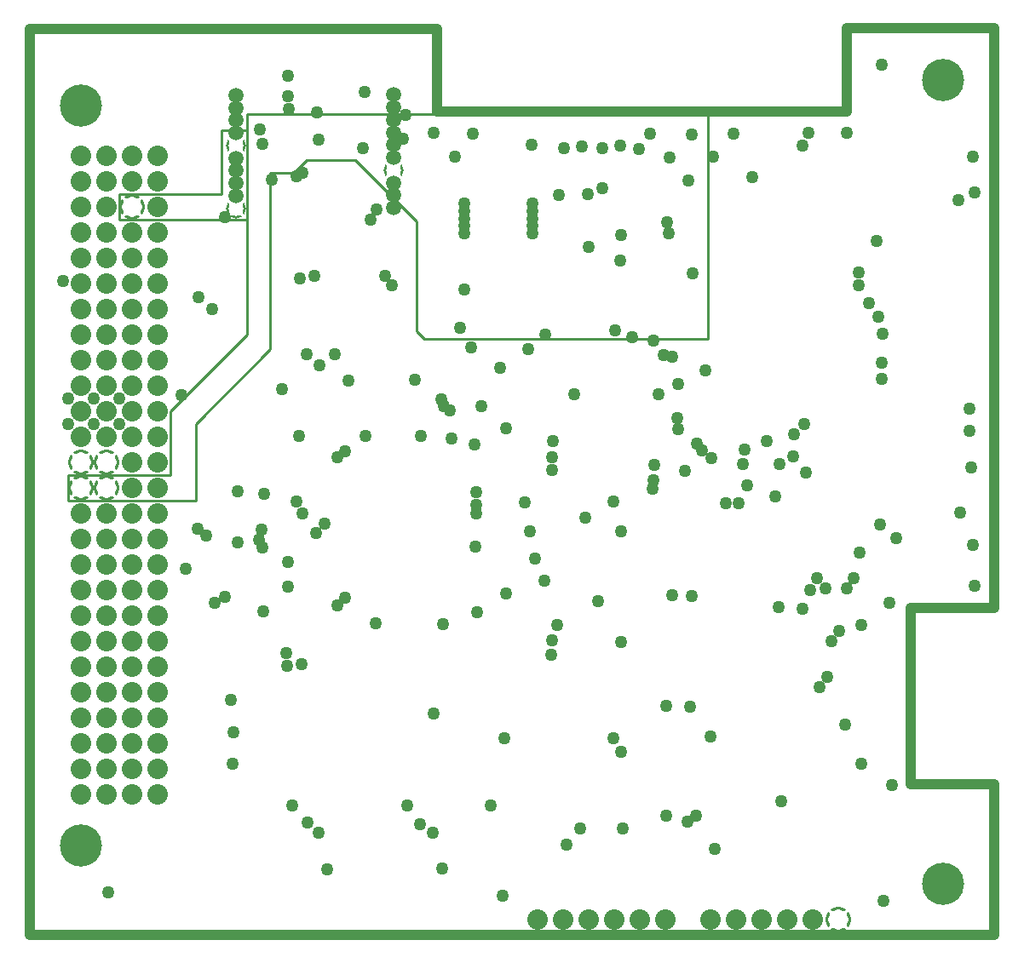
<source format=gbr>
%TF.GenerationSoftware,Altium Limited,Altium Designer,21.8.1 (53)*%
G04 Layer_Physical_Order=2*
G04 Layer_Color=32768*
%FSLAX45Y45*%
%MOMM*%
%TF.SameCoordinates,1CF0B822-2DD9-431B-A6BE-AAED35006C4B*%
%TF.FilePolarity,Negative*%
%TF.FileFunction,Copper,L2,Inr,Plane*%
%TF.Part,Single*%
G01*
G75*
%TA.AperFunction,NonConductor*%
%ADD43C,0.25400*%
%ADD44C,1.01600*%
%TA.AperFunction,ComponentPad*%
%ADD45C,1.51600*%
G04:AMPARAMS|DCode=46|XSize=2.024mm|YSize=2.024mm|CornerRadius=0mm|HoleSize=0mm|Usage=FLASHONLY|Rotation=0.000|XOffset=0mm|YOffset=0mm|HoleType=Round|Shape=Relief|Width=0.254mm|Gap=0.254mm|Entries=4|*
%AMTHD46*
7,0,0,2.02400,1.51600,0.25400,45*
%
%ADD46THD46*%
%ADD47C,2.03600*%
G04:AMPARAMS|DCode=48|XSize=2.544mm|YSize=2.544mm|CornerRadius=0mm|HoleSize=0mm|Usage=FLASHONLY|Rotation=0.000|XOffset=0mm|YOffset=0mm|HoleType=Round|Shape=Relief|Width=0.254mm|Gap=0.254mm|Entries=4|*
%AMTHD48*
7,0,0,2.54400,2.03600,0.25400,45*
%
%ADD48THD48*%
%ADD49C,4.19600*%
%TA.AperFunction,ViaPad*%
%ADD50C,1.26600*%
D43*
X2393950Y7581900D02*
X2628900D01*
X1651000Y5080000D02*
X2393950Y5822950D01*
X1651000Y4318000D02*
Y5080000D01*
X2159000Y5969000D02*
Y7112000D01*
X1397000Y5207000D02*
X2159000Y5969000D01*
X1397000Y5143500D02*
Y5207000D01*
X2393950Y5822950D02*
Y7581900D01*
X381000Y4572000D02*
X1397000D01*
Y5143500D01*
X381000Y4318000D02*
X1651000D01*
X381000D02*
Y4572000D01*
X6743700Y5930900D02*
Y8153400D01*
X3924300Y5930900D02*
X6743700D01*
X3848100Y6007100D02*
X3924300Y5930900D01*
X3848100Y6007100D02*
Y7099300D01*
X3238500Y7708900D02*
X3848100Y7099300D01*
X2755900Y7708900D02*
X3238500D01*
X2628900Y7581900D02*
X2755900Y7708900D01*
X3429000Y8166100D02*
X4038600D01*
X2159000D02*
X3429000D01*
X2159000Y8001000D02*
Y8166100D01*
X889000Y7366000D02*
X1905000D01*
Y8001000D01*
X2159000D01*
Y7112000D02*
Y8001000D01*
X889000Y7112000D02*
X2159000D01*
X889000D02*
Y7366000D01*
D44*
X4050000Y8187500D02*
X8125000D01*
X4050000D02*
Y9010000D01*
X0D02*
X4050000D01*
X0Y0D02*
X9590000D01*
Y1500000D01*
X8761553D02*
X9590000D01*
X8761553D02*
Y3254277D01*
X9590000D01*
X9590000Y9017000D01*
X8125000Y9017000D02*
X9590000Y9017000D01*
X8125000Y8187500D02*
Y9017000D01*
X0Y0D02*
Y9010000D01*
D45*
X2050000Y8350000D02*
D03*
Y8225000D02*
D03*
Y8100000D02*
D03*
Y7975000D02*
D03*
Y7725000D02*
D03*
Y7600000D02*
D03*
Y7475000D02*
D03*
Y7350000D02*
D03*
X3620000Y8355000D02*
D03*
Y8230000D02*
D03*
Y8105000D02*
D03*
Y7980000D02*
D03*
Y7855000D02*
D03*
Y7730000D02*
D03*
Y7480000D02*
D03*
Y7355000D02*
D03*
Y7230000D02*
D03*
D46*
X2050000Y7850000D02*
D03*
Y7225000D02*
D03*
X3620000Y7605000D02*
D03*
D47*
X6770000Y150000D02*
D03*
X7024000D02*
D03*
X7278000D02*
D03*
X7532000D02*
D03*
X7786000D02*
D03*
X5050000D02*
D03*
X5304000D02*
D03*
X5558000D02*
D03*
X5812000D02*
D03*
X6066000D02*
D03*
X6320000D02*
D03*
X1016000Y6477000D02*
D03*
Y6223000D02*
D03*
Y5715000D02*
D03*
Y5969000D02*
D03*
Y5207000D02*
D03*
Y4953000D02*
D03*
Y4699000D02*
D03*
Y4191000D02*
D03*
Y4445000D02*
D03*
Y3683000D02*
D03*
Y3175000D02*
D03*
Y3937000D02*
D03*
Y3429000D02*
D03*
Y5461000D02*
D03*
Y6731000D02*
D03*
X1270000Y2667000D02*
D03*
Y3429000D02*
D03*
Y3175000D02*
D03*
Y2921000D02*
D03*
Y3683000D02*
D03*
Y4191000D02*
D03*
Y1397000D02*
D03*
Y1651000D02*
D03*
Y2159000D02*
D03*
Y2413000D02*
D03*
Y1905000D02*
D03*
Y3937000D02*
D03*
X1016000Y7747000D02*
D03*
Y6985000D02*
D03*
Y7493000D02*
D03*
X1270000Y7239000D02*
D03*
Y7493000D02*
D03*
Y7747000D02*
D03*
Y6985000D02*
D03*
Y6477000D02*
D03*
Y6223000D02*
D03*
Y5969000D02*
D03*
Y5715000D02*
D03*
Y5461000D02*
D03*
Y5207000D02*
D03*
Y4699000D02*
D03*
Y4445000D02*
D03*
Y6731000D02*
D03*
Y4953000D02*
D03*
X1016000Y2413000D02*
D03*
Y2667000D02*
D03*
Y1905000D02*
D03*
Y2921000D02*
D03*
Y1397000D02*
D03*
Y2159000D02*
D03*
Y1651000D02*
D03*
X508000Y6477000D02*
D03*
Y6223000D02*
D03*
Y5715000D02*
D03*
Y5969000D02*
D03*
Y5207000D02*
D03*
Y4953000D02*
D03*
Y4191000D02*
D03*
Y3683000D02*
D03*
Y3175000D02*
D03*
Y3937000D02*
D03*
Y3429000D02*
D03*
Y5461000D02*
D03*
Y6731000D02*
D03*
X762000Y2667000D02*
D03*
Y3429000D02*
D03*
Y3175000D02*
D03*
Y2921000D02*
D03*
Y3683000D02*
D03*
Y4191000D02*
D03*
Y1397000D02*
D03*
Y1651000D02*
D03*
Y2159000D02*
D03*
Y2413000D02*
D03*
Y1905000D02*
D03*
Y3937000D02*
D03*
X508000Y7747000D02*
D03*
Y6985000D02*
D03*
Y7493000D02*
D03*
X762000Y7239000D02*
D03*
Y7493000D02*
D03*
X508000Y7239000D02*
D03*
X762000Y7747000D02*
D03*
Y6985000D02*
D03*
Y6477000D02*
D03*
Y6223000D02*
D03*
Y5969000D02*
D03*
Y5715000D02*
D03*
Y5461000D02*
D03*
Y5207000D02*
D03*
Y6731000D02*
D03*
Y4953000D02*
D03*
X508000Y2413000D02*
D03*
Y2667000D02*
D03*
Y1905000D02*
D03*
Y2921000D02*
D03*
Y1397000D02*
D03*
Y2159000D02*
D03*
Y1651000D02*
D03*
D48*
X8040000Y150000D02*
D03*
X1016000Y7239000D02*
D03*
X508000Y4699000D02*
D03*
Y4445000D02*
D03*
X762000Y4699000D02*
D03*
Y4445000D02*
D03*
D49*
X9082000Y8502000D02*
D03*
Y508000D02*
D03*
X508000Y889000D02*
D03*
Y8248000D02*
D03*
D50*
X2690000Y6530000D02*
D03*
X2751991Y5776807D02*
D03*
X2830000Y6550000D02*
D03*
X3327400Y8382000D02*
D03*
X3736941Y8153058D02*
D03*
X8240000Y6460000D02*
D03*
X8343900Y6286500D02*
D03*
X8432800Y6146800D02*
D03*
X6515900Y4613800D02*
D03*
X6579000Y3370000D02*
D03*
X6565900Y2273300D02*
D03*
X7924800Y2565400D02*
D03*
X7848600Y2463800D02*
D03*
X7911700Y3450000D02*
D03*
X2882900Y5664200D02*
D03*
X6210000Y4676900D02*
D03*
X4438957Y4279900D02*
D03*
X6190000Y4440000D02*
D03*
X6200000Y4520000D02*
D03*
X7442200Y3263900D02*
D03*
X2870200Y7912100D02*
D03*
X2578100Y8216900D02*
D03*
X2565400Y8343900D02*
D03*
X2716370Y7574974D02*
D03*
X2410000Y7510000D02*
D03*
X2313100Y7870000D02*
D03*
X2649266Y7540591D02*
D03*
X6629400Y4889500D02*
D03*
X2318019Y3851846D02*
D03*
X8549000Y3300000D02*
D03*
X8268100Y3080000D02*
D03*
Y1700000D02*
D03*
X8572100Y1490000D02*
D03*
X381000Y5080000D02*
D03*
Y5334000D02*
D03*
X635000D02*
D03*
X889000D02*
D03*
Y5080000D02*
D03*
X635000D02*
D03*
X330200Y6502400D02*
D03*
X1511300Y5372100D02*
D03*
X1815700Y6221200D02*
D03*
X1549400Y3644900D02*
D03*
X4925982Y4304018D02*
D03*
X7130000Y4473981D02*
D03*
X5128969Y5965669D02*
D03*
X4390000Y5841200D02*
D03*
X4680000Y5636900D02*
D03*
X4280000Y6040000D02*
D03*
X3030398Y5778100D02*
D03*
X7680000Y3240000D02*
D03*
X5240000Y3080000D02*
D03*
X7326900Y4910000D02*
D03*
X7180000Y7540000D02*
D03*
X7110000Y4823100D02*
D03*
X7590000Y4760000D02*
D03*
X7450000Y4680000D02*
D03*
X7720000Y4600000D02*
D03*
X8190000Y3550000D02*
D03*
X8120000Y3450000D02*
D03*
X8050000Y3020000D02*
D03*
X7970000Y2920000D02*
D03*
X7700000Y5080000D02*
D03*
X7600000Y4980000D02*
D03*
X7090000Y4680000D02*
D03*
X6390000Y5750000D02*
D03*
X6720000Y5610000D02*
D03*
X8480000Y5980000D02*
D03*
X5820000Y6015710D02*
D03*
X6200000Y5910000D02*
D03*
X8468162Y5530909D02*
D03*
X8470000Y5690000D02*
D03*
X8245382Y6585382D02*
D03*
X5181009Y2782557D02*
D03*
X5190000Y2930000D02*
D03*
X5200000Y4910000D02*
D03*
X3139004Y4813100D02*
D03*
X3060000Y4750000D02*
D03*
X4420000Y4876170D02*
D03*
X8418700Y6901351D02*
D03*
X1680000Y6340000D02*
D03*
X5120000Y3520000D02*
D03*
X7830000Y3550000D02*
D03*
X7760000Y3430000D02*
D03*
X8250000Y3800000D02*
D03*
X8453100Y4080000D02*
D03*
X8610000Y3950000D02*
D03*
X2850000Y4000000D02*
D03*
X2930000Y4090000D02*
D03*
X2650000Y4310000D02*
D03*
X2713100Y4190000D02*
D03*
X4430000Y3860000D02*
D03*
X2570000Y3710000D02*
D03*
X4970000Y4016900D02*
D03*
X4440000Y4400000D02*
D03*
X5020000Y3740000D02*
D03*
X4020000Y2200000D02*
D03*
X4100000Y660000D02*
D03*
X5650000Y3320000D02*
D03*
X4740000Y3396900D02*
D03*
X4450000Y3210000D02*
D03*
X2570000Y3460000D02*
D03*
X4010000Y1020000D02*
D03*
X2020000Y1700000D02*
D03*
X2700000Y2690000D02*
D03*
X2025777Y2019628D02*
D03*
X2560000Y2680000D02*
D03*
X2000000Y2340000D02*
D03*
X2550000Y2800000D02*
D03*
X5990000Y5940000D02*
D03*
X6450000Y5030000D02*
D03*
X6439430Y5143485D02*
D03*
X4489921Y5260079D02*
D03*
X4190000Y4940000D02*
D03*
X6450000Y5480000D02*
D03*
X4740000Y5040000D02*
D03*
X4175227Y5212900D02*
D03*
X4114545Y5257653D02*
D03*
X4090000Y5330000D02*
D03*
X6300000Y5770000D02*
D03*
X4320000Y6420000D02*
D03*
X4960000Y5829600D02*
D03*
X3530000Y6550000D02*
D03*
X3600000Y6460000D02*
D03*
X1760000Y3970000D02*
D03*
X2070000Y3900000D02*
D03*
X2276684Y3933316D02*
D03*
X1674978Y4038458D02*
D03*
X2310000Y4030000D02*
D03*
X2320000Y3216900D02*
D03*
X1840000Y3300000D02*
D03*
X3060000Y3280000D02*
D03*
X3140000Y3350000D02*
D03*
X1942700Y3365213D02*
D03*
X1940000Y7140000D02*
D03*
X3450000Y7210000D02*
D03*
X3390000Y7110000D02*
D03*
X2290000Y8010000D02*
D03*
X6682313Y4820787D02*
D03*
X7050000Y4290000D02*
D03*
X5880000Y4010000D02*
D03*
X5520000Y4150000D02*
D03*
X6920000Y4290000D02*
D03*
X3830000Y5520000D02*
D03*
X3890000Y4960000D02*
D03*
X3340000D02*
D03*
X2680000D02*
D03*
X2510000Y5430000D02*
D03*
X2070000Y4410000D02*
D03*
X2330000Y4390000D02*
D03*
X3440000Y3100000D02*
D03*
X4110000Y3090000D02*
D03*
X4440000Y4190000D02*
D03*
X6252018Y5378175D02*
D03*
X5410000Y5380000D02*
D03*
X5190000Y4750000D02*
D03*
Y4620000D02*
D03*
X3750000Y1290000D02*
D03*
X4580000D02*
D03*
X2610000D02*
D03*
X6330000Y1190000D02*
D03*
X6770000Y1974879D02*
D03*
X5470000Y1060000D02*
D03*
X3878957Y1102228D02*
D03*
X2760000Y1120000D02*
D03*
X2870000Y1020000D02*
D03*
X5900000Y1060000D02*
D03*
X5340000Y900000D02*
D03*
X7410000Y4360000D02*
D03*
X4720000Y1960000D02*
D03*
X5800000D02*
D03*
Y4310000D02*
D03*
X6780000Y4740000D02*
D03*
X6385293Y3374707D02*
D03*
X6330000Y2280000D02*
D03*
X6540000Y1126900D02*
D03*
X6620000Y1190000D02*
D03*
X8110000Y2090000D02*
D03*
X3170000Y5510000D02*
D03*
X6550000Y7500000D02*
D03*
X5560000Y6840000D02*
D03*
X5870000Y6710000D02*
D03*
X6340000Y7090000D02*
D03*
X5880000Y6960000D02*
D03*
X6590000Y6580000D02*
D03*
X6057500Y7815099D02*
D03*
X5690000Y7820000D02*
D03*
X5310000D02*
D03*
X5260000Y7360000D02*
D03*
X5690000Y7430000D02*
D03*
X5550000Y7370000D02*
D03*
X3710000Y7920000D02*
D03*
X3310000Y7820000D02*
D03*
X2860000Y8180000D02*
D03*
X780000Y420000D02*
D03*
X8490000Y340000D02*
D03*
X6813844Y858469D02*
D03*
X7470000Y1330000D02*
D03*
X4020000Y7980000D02*
D03*
X4230000Y7740000D02*
D03*
X4410000Y7970000D02*
D03*
X4990000Y7860000D02*
D03*
X5490000Y7840000D02*
D03*
X5870000Y7850000D02*
D03*
X6170000Y7970000D02*
D03*
X6580000Y7960000D02*
D03*
X6360000Y7730000D02*
D03*
X6790000Y7740000D02*
D03*
X7000000Y7970000D02*
D03*
X7680000Y7850000D02*
D03*
X7740000Y7980000D02*
D03*
X8120000D02*
D03*
X8470000Y8650000D02*
D03*
X9390000Y7380000D02*
D03*
X9380000Y7740000D02*
D03*
X9230000Y7310000D02*
D03*
X9340000Y5230000D02*
D03*
X9250000Y4200000D02*
D03*
X9340000Y5010000D02*
D03*
X9360000Y4650000D02*
D03*
X9380000Y3880000D02*
D03*
X9390000Y3470000D02*
D03*
X5880000Y2910000D02*
D03*
Y1820000D02*
D03*
X2960000Y650000D02*
D03*
X4700000Y390000D02*
D03*
X6350000Y6975000D02*
D03*
X4320000Y7270000D02*
D03*
X5000000Y6975000D02*
D03*
Y7050000D02*
D03*
Y7125000D02*
D03*
Y7200000D02*
D03*
X4325000Y6975000D02*
D03*
Y7050000D02*
D03*
Y7125000D02*
D03*
Y7200000D02*
D03*
X5000000Y7270000D02*
D03*
X2570000Y8540000D02*
D03*
%TF.MD5,ba6ed6239981e7c5b0042c189ad3ee2b*%
M02*

</source>
